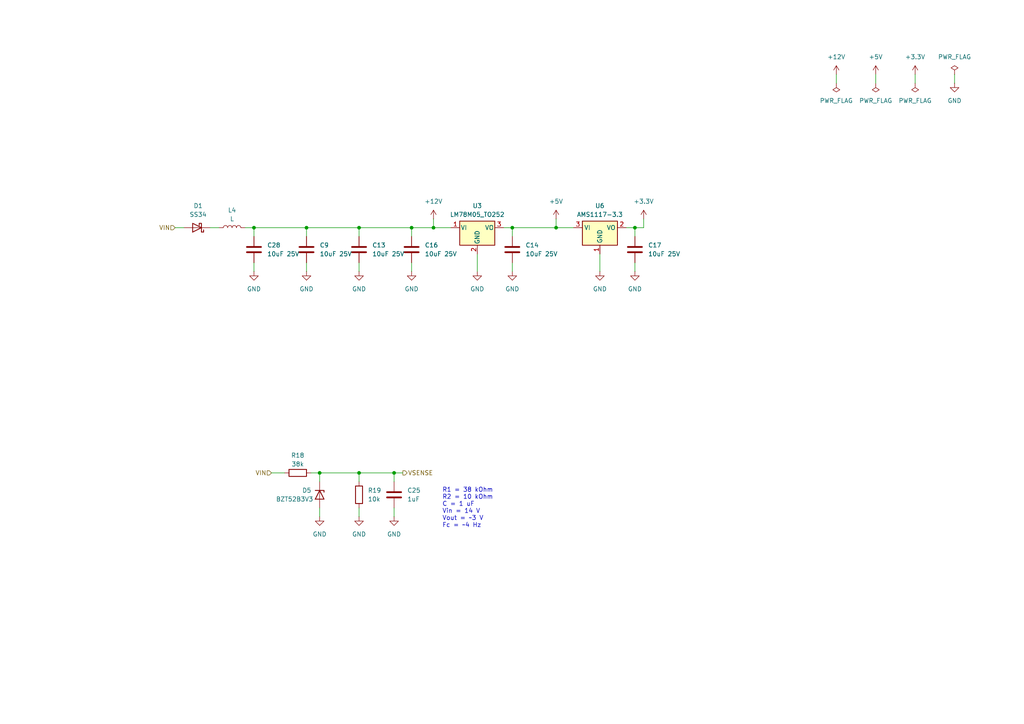
<source format=kicad_sch>
(kicad_sch (version 20231120) (generator "eeschema") (generator_version "8.0")
  (paper "A4")
  (lib_symbols
    (symbol "Device:C" (pin_numbers hide) (pin_names (offset 0.254))
      (property "Reference" "C" (at 0.635 2.54 0))
      (property "Value" "C" (at 0.635 -2.54 0))
      (symbol "C_0_1"
        (polyline (pts (xy -2.032 -0.762) (xy 2.032 -0.762)) (stroke (width 0.508)))
        (polyline (pts (xy -2.032 0.762) (xy 2.032 0.762)) (stroke (width 0.508)))
      )
      (symbol "C_1_1"
        (pin passive line (at 0 3.81 270) (length 2.794) (name "~") (number "1"))
        (pin passive line (at 0 -3.81 90) (length 2.794) (name "~") (number "2"))
      )
    )
    (symbol "Device:L" (pin_numbers hide) (pin_names (offset 1.016) hide)
      (property "Reference" "L" (at -1.27 0 90))
      (property "Value" "L" (at 1.905 0 90))
      (symbol "L_0_1"
        (arc (start 0 -2.54) (mid 0.6323 -1.905) (end 0 -1.27))
        (arc (start 0 -1.27) (mid 0.6323 -0.635) (end 0 0))
        (arc (start 0 0) (mid 0.6323 0.635) (end 0 1.27))
        (arc (start 0 1.27) (mid 0.6323 1.905) (end 0 2.54))
      )
      (symbol "L_1_1"
        (pin passive line (at 0 3.81 270) (length 1.27) (name "1") (number "1"))
        (pin passive line (at 0 -3.81 90) (length 1.27) (name "2") (number "2"))
      )
    )
    (symbol "Device:R" (pin_numbers hide) (pin_names (offset 0))
      (property "Reference" "R" (at 2.032 0 90))
      (property "Value" "R" (at 0 0 90))
      (symbol "R_0_1"
        (rectangle (start -1.016 -2.54) (end 1.016 2.54) (stroke (width 0.254)))
      )
      (symbol "R_1_1"
        (pin passive line (at 0 3.81 270) (length 1.27) (name "~") (number "1"))
        (pin passive line (at 0 -3.81 90) (length 1.27) (name "~") (number "2"))
      )
    )
    (symbol "Diode:BZT52Bxx" (pin_numbers hide) (pin_names hide)
      (property "Reference" "D" (at 0 2.54 0))
      (property "Value" "BZT52Bxx" (at 0 -2.54 0))
      (symbol "BZT52Bxx_0_1"
        (polyline (pts (xy 1.27 0) (xy -1.27 0)))
        (polyline (pts (xy -1.27 -1.27) (xy -1.27 1.27) (xy -0.762 1.27)) (stroke (width 0.254)))
        (polyline (pts (xy 1.27 -1.27) (xy 1.27 1.27) (xy -1.27 0) (xy 1.27 -1.27)) (stroke (width 0.254)))
      )
      (symbol "BZT52Bxx_1_1"
        (pin passive line (at -3.81 0 0) (length 2.54) (name "K") (number "1"))
        (pin passive line (at 3.81 0 180) (length 2.54) (name "A") (number "2"))
      )
    )
    (symbol "Diode:SS34" (pin_numbers hide) (pin_names (offset 1.016) hide)
      (property "Reference" "D" (at 0 2.54 0))
      (property "Value" "SS34" (at 0 -2.54 0))
      (symbol "SS34_0_1"
        (polyline (pts (xy 1.27 0) (xy -1.27 0)))
        (polyline (pts (xy 1.27 1.27) (xy 1.27 -1.27) (xy -1.27 0) (xy 1.27 1.27)) (stroke (width 0.254)))
        (polyline (pts (xy -1.905 0.635) (xy -1.905 1.27) (xy -1.27 1.27) (xy -1.27 -1.27) (xy -0.635 -1.27) (xy -0.635 -0.635)) (stroke (width 0.254)))
      )
      (symbol "SS34_1_1"
        (pin passive line (at -3.81 0 0) (length 2.54) (name "K") (number "1"))
        (pin passive line (at 3.81 0 180) (length 2.54) (name "A") (number "2"))
      )
    )
    (symbol "Regulator_Linear:AMS1117-3.3"
      (property "Reference" "U" (at -3.81 3.175 0))
      (property "Value" "AMS1117-3.3" (at 0 3.175 0))
      (symbol "AMS1117-3.3_0_1"
        (rectangle (start -5.08 -5.08) (end 5.08 1.905) (stroke (width 0.254)) (fill (type background)))
      )
      (symbol "AMS1117-3.3_1_1"
        (pin power_in line (at 0 -7.62 90) (length 2.54) (name "GND") (number "1"))
        (pin power_out line (at 7.62 0 180) (length 2.54) (name "VO") (number "2"))
        (pin power_in line (at -7.62 0 0) (length 2.54) (name "VI") (number "3"))
      )
    )
    (symbol "Regulator_Linear:LM78M05_TO252" (pin_names (offset 0.254))
      (property "Reference" "U" (at -3.81 3.175 0))
      (property "Value" "LM78M05_TO252" (at 0 3.175 0))
      (symbol "LM78M05_TO252_0_1"
        (rectangle (start -5.08 1.905) (end 5.08 -5.08) (stroke (width 0.254)) (fill (type background)))
      )
      (symbol "LM78M05_TO252_1_1"
        (pin power_in line (at -7.62 0 0) (length 2.54) (name "VI") (number "1"))
        (pin power_in line (at 0 -7.62 90) (length 2.54) (name "GND") (number "2"))
        (pin power_out line (at 7.62 0 180) (length 2.54) (name "VO") (number "3"))
      )
    )
    (symbol "power:+12V" (power) (pin_numbers hide) (pin_names (offset 0) hide)
      (property "Value" "+12V" (at 0 3.556 0))
      (symbol "+12V_0_1"
        (polyline (pts (xy -0.762 1.27) (xy 0 2.54)))
        (polyline (pts (xy 0 0) (xy 0 2.54)))
        (polyline (pts (xy 0 2.54) (xy 0.762 1.27)))
      )
      (symbol "+12V_1_1"
        (pin power_in line (at 0 0 90) (length 0) (name "~") (number "1"))
      )
    )
    (symbol "power:+3.3V" (power) (pin_numbers hide) (pin_names (offset 0) hide)
      (property "Value" "+3.3V" (at 0 3.556 0))
      (symbol "+3.3V_0_1"
        (polyline (pts (xy -0.762 1.27) (xy 0 2.54)))
        (polyline (pts (xy 0 0) (xy 0 2.54)))
        (polyline (pts (xy 0 2.54) (xy 0.762 1.27)))
      )
      (symbol "+3.3V_1_1"
        (pin power_in line (at 0 0 90) (length 0) (name "~") (number "1"))
      )
    )
    (symbol "power:+5V" (power) (pin_numbers hide) (pin_names (offset 0) hide)
      (property "Value" "+5V" (at 0 3.556 0))
      (symbol "+5V_0_1"
        (polyline (pts (xy -0.762 1.27) (xy 0 2.54)))
        (polyline (pts (xy 0 0) (xy 0 2.54)))
        (polyline (pts (xy 0 2.54) (xy 0.762 1.27)))
      )
      (symbol "+5V_1_1"
        (pin power_in line (at 0 0 90) (length 0) (name "~") (number "1"))
      )
    )
    (symbol "power:GND" (power) (pin_numbers hide) (pin_names (offset 0) hide)
      (property "Value" "GND" (at 0 -3.81 0))
      (symbol "GND_0_1"
        (polyline (pts (xy 0 0) (xy 0 -1.27) (xy 1.27 -1.27) (xy 0 -2.54) (xy -1.27 -1.27) (xy 0 -1.27)))
      )
      (symbol "GND_1_1"
        (pin power_in line (at 0 0 270) (length 0) (name "~") (number "1"))
      )
    )
    (symbol "power:PWR_FLAG" (power) (pin_numbers hide) (pin_names (offset 0) hide)
      (property "Value" "PWR_FLAG" (at 0 3.81 0))
      (symbol "PWR_FLAG_0_0"
        (pin power_out line (at 0 0 90) (length 0) (name "~") (number "1"))
      )
      (symbol "PWR_FLAG_0_1"
        (polyline (pts (xy 0 0) (xy 0 1.27) (xy -1.016 1.905) (xy 0 2.54) (xy 1.016 1.905) (xy 0 1.27)))
      )
    )
  )
  (junction (at 92.71 137.16))
  (junction (at 148.59 66.04))
  (junction (at 114.3 137.16))
  (junction (at 88.9 66.04))
  (junction (at 161.29 66.04))
  (junction (at 73.66 66.04))
  (junction (at 104.14 66.04))
  (junction (at 184.15 66.04))
  (junction (at 125.73 66.04))
  (junction (at 119.38 66.04))
  (junction (at 104.14 137.16))
  (wire (pts (xy 148.59 66.04) (xy 161.29 66.04)))
  (wire (pts (xy 104.14 76.2) (xy 104.14 78.74)))
  (wire (pts (xy 184.15 66.04) (xy 184.15 68.58)))
  (wire (pts (xy 104.14 66.04) (xy 104.14 68.58)))
  (wire (pts (xy 186.69 66.04) (xy 186.69 63.5)))
  (wire (pts (xy 114.3 147.32) (xy 114.3 149.86)))
  (wire (pts (xy 265.43 21.59) (xy 265.43 24.13)))
  (wire (pts (xy 184.15 76.2) (xy 184.15 78.74)))
  (wire (pts (xy 184.15 66.04) (xy 186.69 66.04)))
  (wire (pts (xy 161.29 63.5) (xy 161.29 66.04)))
  (wire (pts (xy 119.38 76.2) (xy 119.38 78.74)))
  (wire (pts (xy 88.9 66.04) (xy 88.9 68.58)))
  (wire (pts (xy 125.73 63.5) (xy 125.73 66.04)))
  (wire (pts (xy 119.38 66.04) (xy 125.73 66.04)))
  (wire (pts (xy 181.61 66.04) (xy 184.15 66.04)))
  (wire (pts (xy 104.14 137.16) (xy 104.14 139.7)))
  (wire (pts (xy 254 21.59) (xy 254 24.13)))
  (wire (pts (xy 73.66 66.04) (xy 88.9 66.04)))
  (wire (pts (xy 82.55 137.16) (xy 78.74 137.16)))
  (wire (pts (xy 242.57 21.59) (xy 242.57 24.13)))
  (wire (pts (xy 146.05 66.04) (xy 148.59 66.04)))
  (wire (pts (xy 125.73 66.04) (xy 130.81 66.04)))
  (wire (pts (xy 119.38 66.04) (xy 119.38 68.58)))
  (wire (pts (xy 276.86 21.59) (xy 276.86 24.13)))
  (wire (pts (xy 148.59 66.04) (xy 148.59 68.58)))
  (wire (pts (xy 92.71 147.32) (xy 92.71 149.86)))
  (wire (pts (xy 92.71 137.16) (xy 92.71 139.7)))
  (wire (pts (xy 114.3 137.16) (xy 114.3 139.7)))
  (wire (pts (xy 50.8 66.04) (xy 53.34 66.04)))
  (wire (pts (xy 104.14 147.32) (xy 104.14 149.86)))
  (wire (pts (xy 88.9 66.04) (xy 104.14 66.04)))
  (wire (pts (xy 60.96 66.04) (xy 63.5 66.04)))
  (wire (pts (xy 73.66 66.04) (xy 73.66 68.58)))
  (wire (pts (xy 114.3 137.16) (xy 116.84 137.16)))
  (wire (pts (xy 104.14 66.04) (xy 119.38 66.04)))
  (wire (pts (xy 138.43 73.66) (xy 138.43 78.74)))
  (wire (pts (xy 161.29 66.04) (xy 166.37 66.04)))
  (wire (pts (xy 104.14 137.16) (xy 114.3 137.16)))
  (wire (pts (xy 173.99 73.66) (xy 173.99 78.74)))
  (wire (pts (xy 71.12 66.04) (xy 73.66 66.04)))
  (wire (pts (xy 148.59 76.2) (xy 148.59 78.74)))
  (wire (pts (xy 88.9 76.2) (xy 88.9 78.74)))
  (wire (pts (xy 73.66 76.2) (xy 73.66 78.74)))
  (wire (pts (xy 90.17 137.16) (xy 92.71 137.16)))
  (wire (pts (xy 92.71 137.16) (xy 104.14 137.16)))
  (text "R1 = 38 kOhm\nR2 = 10 kOhm\nC = 1 uF\nVin = 14 V\nVout = ~3 V\nFc = ~4 Hz" (at 128.27 147.32 0) (effects (font (size 1.27 1.27)) (justify left)))
  (hierarchical_label "VIN" (shape input) (at 50.8 66.04 180))
  (hierarchical_label "VIN" (shape input) (at 78.74 137.16 180))
  (hierarchical_label "VSENSE" (shape output) (at 116.84 137.16 0))
  (symbol (lib_id "power:+5V") (at 254 21.59 0) (unit 1)
    (property "Reference" "#PWR02" (effects (hide yes)))
    (property "Value" "+5V" (at 254 16.51 0))
    (property "Description" "Power symbol creates a global label with name \"+5V\"" (effects (hide yes)))
  )
  (symbol (lib_id "power:GND") (at 88.9 78.74 0) (unit 1)
    (property "Reference" "#PWR081" (effects (hide yes)))
    (property "Value" "GND" (at 88.9 83.82 0))
    (property "Description" "Power symbol creates a global label with name \"GND\" , ground" (effects (hide yes)))
  )
  (symbol (lib_id "Device:L") (at 67.31 66.04 90) (unit 1)
    (property "Reference" "L4" (at 67.31 60.96 90))
    (property "Value" "L" (at 67.31 63.5 90))
    (property "Footprint" "Inductor_SMD:L_Sunlord_SWPA3015S" (effects (hide yes)))
    (property "Datasheet" "4.7uH 1A" (effects (hide yes)))
    (property "Description" "Inductor" (effects (hide yes)))
    (property "JLCPCB" "C19398" (effects (hide yes)))
  )
  (symbol (lib_id "power:GND") (at 104.14 78.74 0) (unit 1)
    (property "Reference" "#PWR082" (effects (hide yes)))
    (property "Value" "GND" (at 104.14 83.82 0))
    (property "Description" "Power symbol creates a global label with name \"GND\" , ground" (effects (hide yes)))
  )
  (symbol (lib_id "Device:C") (at 114.3 143.51 0) (unit 1)
    (property "Reference" "C25" (at 118.11 142.2399 0) (effects (justify left)))
    (property "Value" "1uF" (at 118.11 144.7799 0) (effects (justify left)))
    (property "Footprint" "Capacitor_SMD:C_0603_1608Metric" (effects (hide yes)))
    (property "Description" "Unpolarized capacitor" (effects (hide yes)))
  )
  (symbol (lib_id "Device:R") (at 104.14 143.51 180) (unit 1)
    (property "Reference" "R19" (at 106.68 142.2399 0) (effects (justify right)))
    (property "Value" "10k" (at 106.68 144.7799 0) (effects (justify right)))
    (property "Footprint" "Resistor_SMD:R_0603_1608Metric" (effects (hide yes)))
    (property "Description" "Resistor" (effects (hide yes)))
  )
  (symbol (lib_id "power:PWR_FLAG") (at 276.86 21.59 0) (unit 1)
    (property "Reference" "#FLG01" (effects (hide yes)))
    (property "Value" "PWR_FLAG" (at 276.86 16.51 0))
    (property "Description" "Special symbol for telling ERC where power comes from" (effects (hide yes)))
  )
  (symbol (lib_id "power:+3.3V") (at 265.43 21.59 0) (unit 1)
    (property "Reference" "#PWR03" (effects (hide yes)))
    (property "Value" "+3.3V" (at 265.43 16.51 0))
    (property "Description" "Power symbol creates a global label with name \"+3.3V\"" (effects (hide yes)))
  )
  (symbol (lib_id "power:GND") (at 138.43 78.74 0) (unit 1)
    (property "Reference" "#PWR027" (effects (hide yes)))
    (property "Value" "GND" (at 138.43 83.82 0))
    (property "Description" "Power symbol creates a global label with name \"GND\" , ground" (effects (hide yes)))
  )
  (symbol (lib_id "power:+12V") (at 125.73 63.5 0) (unit 1)
    (property "Reference" "#PWR042" (effects (hide yes)))
    (property "Value" "+12V" (at 125.73 58.42 0))
    (property "Description" "Power symbol creates a global label with name \"+12V\"" (effects (hide yes)))
  )
  (symbol (lib_id "Device:C") (at 148.59 72.39 0) (unit 1)
    (property "Reference" "C14" (at 152.4 71.1199 0) (effects (justify left)))
    (property "Value" "10uF 25V" (at 152.4 73.6599 0) (effects (justify left)))
    (property "Footprint" "Capacitor_SMD:C_0603_1608Metric" (effects (hide yes)))
    (property "Description" "Unpolarized capacitor" (effects (hide yes)))
    (property "JLCPCB" "C96446" (effects (hide yes)))
  )
  (symbol (lib_id "power:GND") (at 184.15 78.74 0) (unit 1)
    (property "Reference" "#PWR051" (effects (hide yes)))
    (property "Value" "GND" (at 184.15 83.82 0))
    (property "Description" "Power symbol creates a global label with name \"GND\" , ground" (effects (hide yes)))
  )
  (symbol (lib_id "power:GND") (at 119.38 78.74 0) (unit 1)
    (property "Reference" "#PWR083" (effects (hide yes)))
    (property "Value" "GND" (at 119.38 83.82 0))
    (property "Description" "Power symbol creates a global label with name \"GND\" , ground" (effects (hide yes)))
  )
  (symbol (lib_id "Diode:BZT52Bxx") (at 92.71 143.51 270) (unit 1)
    (property "Reference" "D5" (at 87.63 142.24 90) (effects (justify left)))
    (property "Value" "BZT52B3V3" (at 80.01 144.78 90) (effects (justify left)))
    (property "Footprint" "Diode_SMD:D_SOD-123F" (effects (hide yes)))
    (property "Datasheet" "https://diotec.com/tl_files/diotec/files/pdf/datasheets/bzt52b2v4.pdf" (effects (hide yes)))
    (property "Description" "500mW Zener Diode, SOD-123F" (effects (hide yes)))
    (property "JLCPCB" "C545387" (effects (hide yes)))
  )
  (symbol (lib_id "power:GND") (at 114.3 149.86 0) (unit 1)
    (property "Reference" "#PWR077" (effects (hide yes)))
    (property "Value" "GND" (at 114.3 154.94 0))
    (property "Description" "Power symbol creates a global label with name \"GND\" , ground" (effects (hide yes)))
  )
  (symbol (lib_id "power:GND") (at 173.99 78.74 0) (unit 1)
    (property "Reference" "#PWR050" (effects (hide yes)))
    (property "Value" "GND" (at 173.99 83.82 0))
    (property "Description" "Power symbol creates a global label with name \"GND\" , ground" (effects (hide yes)))
  )
  (symbol (lib_id "power:GND") (at 92.71 149.86 0) (unit 1)
    (property "Reference" "#PWR075" (effects (hide yes)))
    (property "Value" "GND" (at 92.71 154.94 0))
    (property "Description" "Power symbol creates a global label with name \"GND\" , ground" (effects (hide yes)))
  )
  (symbol (lib_id "power:+3.3V") (at 186.69 63.5 0) (unit 1)
    (property "Reference" "#PWR043" (effects (hide yes)))
    (property "Value" "+3.3V" (at 186.69 58.42 0))
    (property "Description" "Power symbol creates a global label with name \"+3.3V\"" (effects (hide yes)))
  )
  (symbol (lib_id "power:GND") (at 276.86 24.13 0) (unit 1)
    (property "Reference" "#PWR04" (effects (hide yes)))
    (property "Value" "GND" (at 276.86 29.21 0))
    (property "Description" "Power symbol creates a global label with name \"GND\" , ground" (effects (hide yes)))
  )
  (symbol (lib_id "power:+5V") (at 161.29 63.5 0) (unit 1)
    (property "Reference" "#PWR041" (effects (hide yes)))
    (property "Value" "+5V" (at 161.29 58.42 0))
    (property "Description" "Power symbol creates a global label with name \"+5V\"" (effects (hide yes)))
  )
  (symbol (lib_id "Regulator_Linear:LM78M05_TO252") (at 138.43 66.04 0) (unit 1)
    (property "Reference" "U3" (at 138.43 59.69 0))
    (property "Value" "LM78M05_TO252" (at 138.43 62.23 0))
    (property "Footprint" "Package_TO_SOT_SMD:TO-252-2" (effects (hide yes)))
    (property "Datasheet" "https://www.onsemi.com/pub/Collateral/MC78M00-D.PDF" (effects (hide yes)))
    (property "Description" "Positive 500mA 35V Linear Regulator, Fixed Output 5V, TO-252 (D-PAK)" (effects (hide yes)))
  )
  (symbol (lib_id "Device:C") (at 119.38 72.39 0) (unit 1)
    (property "Reference" "C16" (at 123.19 71.1199 0) (effects (justify left)))
    (property "Value" "10uF 25V" (at 123.19 73.6599 0) (effects (justify left)))
    (property "Footprint" "Capacitor_SMD:C_0603_1608Metric" (effects (hide yes)))
    (property "Description" "Unpolarized capacitor" (effects (hide yes)))
    (property "JLCPCB" "C96446" (effects (hide yes)))
  )
  (symbol (lib_id "Device:R") (at 86.36 137.16 270) (unit 1)
    (property "Reference" "R18" (at 86.36 132.08 90))
    (property "Value" "38k" (at 86.36 134.62 90))
    (property "Footprint" "Resistor_SMD:R_0603_1608Metric" (effects (hide yes)))
    (property "Description" "Resistor" (effects (hide yes)))
  )
  (symbol (lib_id "power:PWR_FLAG") (at 265.43 24.13 180) (unit 1)
    (property "Reference" "#FLG02" (effects (hide yes)))
    (property "Value" "PWR_FLAG" (at 265.43 29.21 0))
    (property "Description" "Special symbol for telling ERC where power comes from" (effects (hide yes)))
  )
  (symbol (lib_id "power:GND") (at 104.14 149.86 0) (unit 1)
    (property "Reference" "#PWR076" (effects (hide yes)))
    (property "Value" "GND" (at 104.14 154.94 0))
    (property "Description" "Power symbol creates a global label with name \"GND\" , ground" (effects (hide yes)))
  )
  (symbol (lib_id "power:+12V") (at 242.57 21.59 0) (unit 1)
    (property "Reference" "#PWR01" (effects (hide yes)))
    (property "Value" "+12V" (at 242.57 16.51 0))
    (property "Description" "Power symbol creates a global label with name \"+12V\"" (effects (hide yes)))
  )
  (symbol (lib_id "power:PWR_FLAG") (at 254 24.13 180) (unit 1)
    (property "Reference" "#FLG03" (effects (hide yes)))
    (property "Value" "PWR_FLAG" (at 254 29.21 0))
    (property "Description" "Special symbol for telling ERC where power comes from" (effects (hide yes)))
  )
  (symbol (lib_id "Device:C") (at 73.66 72.39 0) (unit 1)
    (property "Reference" "C28" (at 77.47 71.1199 0) (effects (justify left)))
    (property "Value" "10uF 25V" (at 77.47 73.6599 0) (effects (justify left)))
    (property "Footprint" "Capacitor_SMD:C_0603_1608Metric" (effects (hide yes)))
    (property "Description" "Unpolarized capacitor" (effects (hide yes)))
    (property "JLCPCB" "C96446" (effects (hide yes)))
  )
  (symbol (lib_id "power:GND") (at 148.59 78.74 0) (unit 1)
    (property "Reference" "#PWR028" (effects (hide yes)))
    (property "Value" "GND" (at 148.59 83.82 0))
    (property "Description" "Power symbol creates a global label with name \"GND\" , ground" (effects (hide yes)))
  )
  (symbol (lib_id "Device:C") (at 104.14 72.39 0) (unit 1)
    (property "Reference" "C13" (at 107.95 71.1199 0) (effects (justify left)))
    (property "Value" "10uF 25V" (at 107.95 73.6599 0) (effects (justify left)))
    (property "Footprint" "Capacitor_SMD:C_0603_1608Metric" (effects (hide yes)))
    (property "Description" "Unpolarized capacitor" (effects (hide yes)))
    (property "JLCPCB" "C96446" (effects (hide yes)))
  )
  (symbol (lib_id "power:GND") (at 73.66 78.74 0) (unit 1)
    (property "Reference" "#PWR080" (effects (hide yes)))
    (property "Value" "GND" (at 73.66 83.82 0))
    (property "Description" "Power symbol creates a global label with name \"GND\" , ground" (effects (hide yes)))
  )
  (symbol (lib_id "power:PWR_FLAG") (at 242.57 24.13 180) (unit 1)
    (property "Reference" "#FLG04" (effects (hide yes)))
    (property "Value" "PWR_FLAG" (at 242.57 29.21 0))
    (property "Description" "Special symbol for telling ERC where power comes from" (effects (hide yes)))
  )
  (symbol (lib_id "Regulator_Linear:AMS1117-3.3") (at 173.99 66.04 0) (unit 1)
    (property "Reference" "U6" (at 173.99 59.69 0))
    (property "Value" "AMS1117-3.3" (at 173.99 62.23 0))
    (property "Footprint" "Package_TO_SOT_SMD:SOT-223-3_TabPin2" (effects (hide yes)))
    (property "Datasheet" "http://www.advanced-monolithic.com/pdf/ds1117.pdf" (effects (hide yes)))
    (property "Description" "1A Low Dropout regulator, positive, 3.3V fixed output, SOT-223" (effects (hide yes)))
  )
  (symbol (lib_id "Device:C") (at 184.15 72.39 0) (unit 1)
    (property "Reference" "C17" (at 187.96 71.1199 0) (effects (justify left)))
    (property "Value" "10uF 25V" (at 187.96 73.6599 0) (effects (justify left)))
    (property "Footprint" "Capacitor_SMD:C_0603_1608Metric" (effects (hide yes)))
    (property "Description" "Unpolarized capacitor" (effects (hide yes)))
    (property "JLCPCB" "C96446" (effects (hide yes)))
  )
  (symbol (lib_id "Device:C") (at 88.9 72.39 0) (unit 1)
    (property "Reference" "C9" (at 92.71 71.1199 0) (effects (justify left)))
    (property "Value" "10uF 25V" (at 92.71 73.6599 0) (effects (justify left)))
    (property "Footprint" "Capacitor_SMD:C_0603_1608Metric" (effects (hide yes)))
    (property "Description" "Unpolarized capacitor" (effects (hide yes)))
    (property "JLCPCB" "C96446" (effects (hide yes)))
  )
  (symbol (lib_id "Diode:SS34") (at 57.15 66.04 180) (unit 1)
    (property "Reference" "D1" (at 57.4675 59.69 0))
    (property "Value" "SS34" (at 57.4675 62.23 0))
    (property "Footprint" "Diode_SMD:D_SMA" (effects (hide yes)))
    (property "Datasheet" "https://www.vishay.com/docs/88751/ss32.pdf" (effects (hide yes)))
    (property "Description" "40V 3A Schottky Diode, SMA" (effects (hide yes)))
  )
)
</source>
